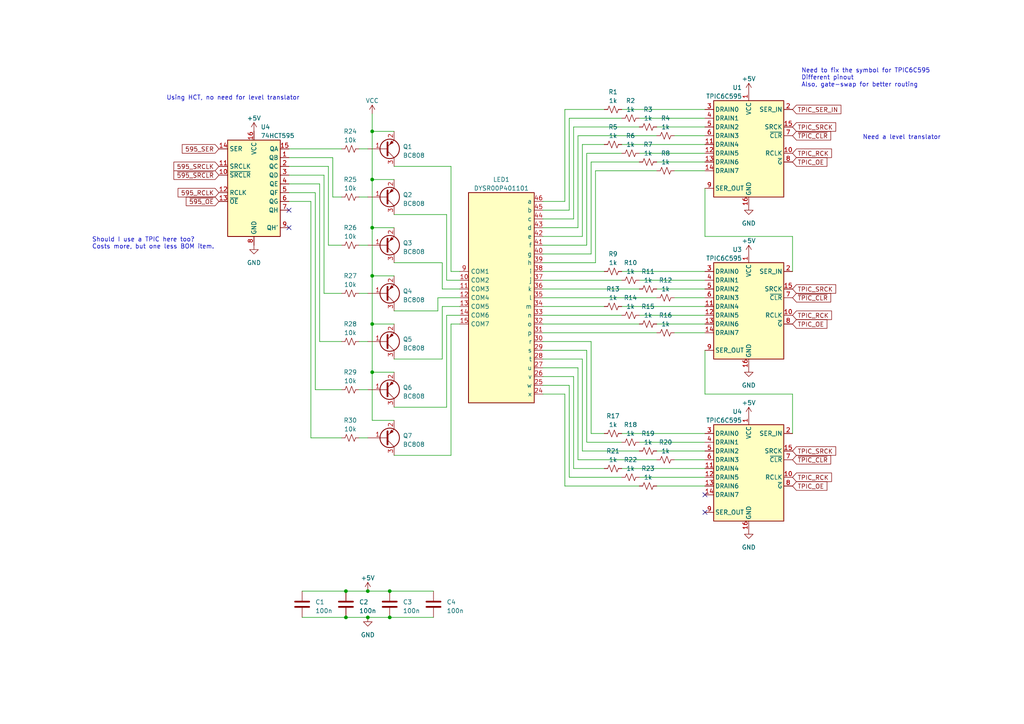
<source format=kicad_sch>
(kicad_sch (version 20230121) (generator eeschema)
  (paper "A4")
  (lib_symbols
    (symbol "74xx:74HC595"
      (property "Reference" "U" (at -7.62 13.97 0))
      (property "Value" "74HC595" (at -7.62 -16.51 0))
      (symbol "74HC595_1_0"
        (pin tri_state line (at 10.16 7.62 180) (length 2.54) (name "QB") (number "1"))
        (pin input line (at -10.16 2.54 0) (length 2.54) (name "~{SRCLR}") (number "10"))
        (pin input line (at -10.16 5.08 0) (length 2.54) (name "SRCLK") (number "11"))
        (pin input line (at -10.16 -2.54 0) (length 2.54) (name "RCLK") (number "12"))
        (pin input line (at -10.16 -5.08 0) (length 2.54) (name "~{OE}") (number "13"))
        (pin input line (at -10.16 10.16 0) (length 2.54) (name "SER") (number "14"))
        (pin tri_state line (at 10.16 10.16 180) (length 2.54) (name "QA") (number "15"))
        (pin power_in line (at 0 15.24 270) (length 2.54) (name "VCC") (number "16"))
        (pin tri_state line (at 10.16 5.08 180) (length 2.54) (name "QC") (number "2"))
        (pin tri_state line (at 10.16 2.54 180) (length 2.54) (name "QD") (number "3"))
        (pin tri_state line (at 10.16 0 180) (length 2.54) (name "QE") (number "4"))
        (pin tri_state line (at 10.16 -2.54 180) (length 2.54) (name "QF") (number "5"))
        (pin tri_state line (at 10.16 -5.08 180) (length 2.54) (name "QG") (number "6"))
        (pin tri_state line (at 10.16 -7.62 180) (length 2.54) (name "QH") (number "7"))
        (pin power_in line (at 0 -17.78 90) (length 2.54) (name "GND") (number "8"))
        (pin output line (at 10.16 -12.7 180) (length 2.54) (name "QH'") (number "9"))
      )
      (symbol "74HC595_1_1"
        (rectangle (start -7.62 12.7) (end 7.62 -15.24) (stroke (width 0.254)) (fill (type background)))
      )
    )
    (symbol "Defuse_symbols:DYSR00P401101" (pin_names (offset 0.635))
      (property "Reference" "LED" (at 2.54 33.02 0))
      (property "Value" "DYSR00P401101" (at 8.89 -33.274 0))
      (symbol "DYSR00P401101_0_1"
        (rectangle (start -8.89 30.48) (end 10.16 -30.48) (stroke (width 0.254)) (fill (type background)))
      )
      (symbol "DYSR00P401101_1_0"
        (pin input line (at -11.43 5.08 0) (length 2.54) (name "COM2") (number "10"))
        (pin input line (at -11.43 2.54 0) (length 2.54) (name "COM3") (number "11"))
        (pin input line (at -11.43 0 0) (length 2.54) (name "COM4") (number "12"))
        (pin input line (at -11.43 -2.54 0) (length 2.54) (name "COM5") (number "13"))
        (pin input line (at -11.43 -5.08 0) (length 2.54) (name "COM6") (number "14"))
        (pin input line (at -11.43 -7.62 0) (length 2.54) (name "COM7") (number "15"))
        (pin input line (at 12.7 -27.94 180) (length 2.54) (name "x") (number "24"))
        (pin input line (at 12.7 -25.4 180) (length 2.54) (name "w") (number "25"))
        (pin input line (at 12.7 -22.86 180) (length 2.54) (name "v") (number "26"))
        (pin input line (at 12.7 -20.32 180) (length 2.54) (name "u") (number "27"))
        (pin input line (at 12.7 -17.78 180) (length 2.54) (name "t") (number "28"))
        (pin input line (at 12.7 -15.24 180) (length 2.54) (name "s") (number "29"))
        (pin input line (at 12.7 -12.7 180) (length 2.54) (name "r") (number "30"))
        (pin input line (at 12.7 -10.16 180) (length 2.54) (name "p") (number "31"))
        (pin input line (at 12.7 -7.62 180) (length 2.54) (name "o") (number "32"))
        (pin input line (at 12.7 -5.08 180) (length 2.54) (name "n") (number "33"))
        (pin input line (at 12.7 -2.54 180) (length 2.54) (name "m") (number "34"))
        (pin input line (at 12.7 0 180) (length 2.54) (name "l") (number "35"))
        (pin input line (at 12.7 2.54 180) (length 2.54) (name "k") (number "36"))
        (pin input line (at 12.7 5.08 180) (length 2.54) (name "j") (number "37"))
        (pin input line (at 12.7 7.62 180) (length 2.54) (name "i") (number "38"))
        (pin input line (at 12.7 10.16 180) (length 2.54) (name "h") (number "39"))
        (pin input line (at 12.7 12.7 180) (length 2.54) (name "g") (number "40"))
        (pin input line (at 12.7 15.24 180) (length 2.54) (name "f") (number "41"))
        (pin input line (at 12.7 17.78 180) (length 2.54) (name "e") (number "42"))
        (pin input line (at 12.7 20.32 180) (length 2.54) (name "d") (number "43"))
        (pin input line (at 12.7 22.86 180) (length 2.54) (name "c") (number "44"))
        (pin input line (at 12.7 25.4 180) (length 2.54) (name "b") (number "45"))
        (pin input line (at 12.7 27.94 180) (length 2.54) (name "a") (number "46"))
        (pin input line (at -11.43 7.62 0) (length 2.54) (name "COM1") (number "9"))
      )
    )
    (symbol "Defuse_symbols:TPIC6C595" (pin_names (offset 0.381))
      (property "Reference" "U" (at -8.89 13.97 0))
      (property "Value" "TPIC6C595" (at 6.35 13.97 0))
      (symbol "TPIC6C595_0_1"
        (rectangle (start -10.16 12.7) (end 10.16 -15.24) (stroke (width 0.254)) (fill (type background)))
      )
      (symbol "TPIC6C595_1_1"
        (pin power_in line (at 0 15.24 270) (length 2.54) (name "VCC") (number "1"))
        (pin input line (at -12.7 -2.54 0) (length 2.54) (name "RCLK") (number "10"))
        (pin open_collector line (at 12.7 0 180) (length 2.54) (name "DRAIN4") (number "11"))
        (pin open_collector line (at 12.7 -2.54 180) (length 2.54) (name "DRAIN5") (number "12"))
        (pin open_collector line (at 12.7 -5.08 180) (length 2.54) (name "DRAIN6") (number "13"))
        (pin open_collector line (at 12.7 -7.62 180) (length 2.54) (name "DRAIN7") (number "14"))
        (pin input line (at -12.7 5.08 0) (length 2.54) (name "SRCK") (number "15"))
        (pin power_in line (at 0 -17.78 90) (length 2.54) (name "GND") (number "16"))
        (pin input line (at -12.7 10.16 0) (length 2.54) (name "SER_IN") (number "2"))
        (pin open_collector line (at 12.7 10.16 180) (length 2.54) (name "DRAIN0") (number "3"))
        (pin open_collector line (at 12.7 7.62 180) (length 2.54) (name "DRAIN1") (number "4"))
        (pin open_collector line (at 12.7 5.08 180) (length 2.54) (name "DRAIN2") (number "5"))
        (pin open_collector line (at 12.7 2.54 180) (length 2.54) (name "DRAIN3") (number "6"))
        (pin input line (at -12.7 2.54 0) (length 2.54) (name "~{CLR}") (number "7"))
        (pin input line (at -12.7 -5.08 0) (length 2.54) (name "~{G}") (number "8"))
        (pin output line (at 12.7 -12.7 180) (length 2.54) (name "SER_OUT") (number "9"))
      )
    )
    (symbol "Device:C" (pin_numbers hide) (pin_names (offset 0.254))
      (property "Reference" "C" (at 0.635 2.54 0))
      (property "Value" "C" (at 0.635 -2.54 0))
      (symbol "C_0_1"
        (polyline (pts (xy -2.032 -0.762) (xy 2.032 -0.762)) (stroke (width 0.508)))
        (polyline (pts (xy -2.032 0.762) (xy 2.032 0.762)) (stroke (width 0.508)))
      )
      (symbol "C_1_1"
        (pin passive line (at 0 3.81 270) (length 2.794) (name "~") (number "1"))
        (pin passive line (at 0 -3.81 90) (length 2.794) (name "~") (number "2"))
      )
    )
    (symbol "Device:R_Small_US" (pin_numbers hide) (pin_names (offset 0.254) hide)
      (property "Reference" "R" (at 0.762 0.508 0))
      (property "Value" "R_Small_US" (at 0.762 -1.016 0))
      (symbol "R_Small_US_1_1"
        (polyline (pts (xy 0 0) (xy 1.016 -0.381) (xy 0 -0.762) (xy -1.016 -1.143) (xy 0 -1.524)))
        (polyline (pts (xy 0 1.524) (xy 1.016 1.143) (xy 0 0.762) (xy -1.016 0.381) (xy 0 0)))
        (pin passive line (at 0 2.54 270) (length 1.016) (name "~") (number "1"))
        (pin passive line (at 0 -2.54 90) (length 1.016) (name "~") (number "2"))
      )
    )
    (symbol "Transistor_BJT:BC808" (pin_names (offset 0) hide)
      (property "Reference" "Q" (at 5.08 1.905 0))
      (property "Value" "BC808" (at 5.08 0 0))
      (symbol "BC808_0_1"
        (polyline (pts (xy 0.635 0.635) (xy 2.54 2.54)))
        (polyline (pts (xy 0.635 -0.635) (xy 2.54 -2.54) (xy 2.54 -2.54)))
        (polyline (pts (xy 0.635 1.905) (xy 0.635 -1.905) (xy 0.635 -1.905)) (stroke (width 0.508)))
        (polyline (pts (xy 2.286 -1.778) (xy 1.778 -2.286) (xy 1.27 -1.27) (xy 2.286 -1.778) (xy 2.286 -1.778)) (fill (type outline)))
        (circle (center 1.27 0) (radius 2.8194) (stroke (width 0.254)))
      )
      (symbol "BC808_1_1"
        (pin input line (at -5.08 0 0) (length 5.715) (name "B") (number "1"))
        (pin passive line (at 2.54 -5.08 90) (length 2.54) (name "E") (number "2"))
        (pin passive line (at 2.54 5.08 270) (length 2.54) (name "C") (number "3"))
      )
    )
    (symbol "power:+5V" (power) (pin_names (offset 0))
      (property "Value" "+5V" (at 0 3.556 0))
      (symbol "+5V_0_1"
        (polyline (pts (xy -0.762 1.27) (xy 0 2.54)))
        (polyline (pts (xy 0 0) (xy 0 2.54)))
        (polyline (pts (xy 0 2.54) (xy 0.762 1.27)))
      )
      (symbol "+5V_1_1"
        (pin power_in line (at 0 0 90) (length 0) hide (name "+5V") (number "1"))
      )
    )
    (symbol "power:GND" (power) (pin_names (offset 0))
      (property "Value" "GND" (at 0 -3.81 0))
      (symbol "GND_0_1"
        (polyline (pts (xy 0 0) (xy 0 -1.27) (xy 1.27 -1.27) (xy 0 -2.54) (xy -1.27 -1.27) (xy 0 -1.27)))
      )
      (symbol "GND_1_1"
        (pin power_in line (at 0 0 270) (length 0) hide (name "GND") (number "1"))
      )
    )
    (symbol "power:VCC" (power) (pin_names (offset 0))
      (property "Value" "VCC" (at 0 3.81 0))
      (symbol "VCC_0_1"
        (polyline (pts (xy -0.762 1.27) (xy 0 2.54)))
        (polyline (pts (xy 0 0) (xy 0 2.54)))
        (polyline (pts (xy 0 2.54) (xy 0.762 1.27)))
      )
      (symbol "VCC_1_1"
        (pin power_in line (at 0 0 90) (length 0) hide (name "VCC") (number "1"))
      )
    )
  )
  (junction (at 100.33 171.45))
  (junction (at 107.95 38.1))
  (junction (at 106.68 171.45))
  (junction (at 113.03 179.07))
  (junction (at 107.95 66.04))
  (junction (at 107.95 107.95))
  (junction (at 107.95 93.98))
  (junction (at 106.68 179.07))
  (junction (at 113.03 171.45))
  (junction (at 107.95 80.01))
  (junction (at 100.33 179.07))
  (junction (at 107.95 52.07))
  (no_connect (at 83.82 60.96))
  (no_connect (at 83.82 66.04))
  (no_connect (at 204.47 143.51))
  (no_connect (at 204.47 148.59))
  (wire (pts (xy 168.91 68.58) (xy 168.91 41.91)))
  (wire (pts (xy 166.37 109.22) (xy 157.48 109.22)))
  (wire (pts (xy 190.5 93.98) (xy 204.47 93.98)))
  (wire (pts (xy 180.34 88.9) (xy 204.47 88.9)))
  (wire (pts (xy 128.27 83.82) (xy 133.35 83.82)))
  (wire (pts (xy 166.37 36.83) (xy 185.42 36.83)))
  (wire (pts (xy 157.48 93.98) (xy 185.42 93.98)))
  (wire (pts (xy 107.95 121.92) (xy 114.3 121.92)))
  (wire (pts (xy 204.47 39.37) (xy 195.58 39.37)))
  (wire (pts (xy 180.34 125.73) (xy 204.47 125.73)))
  (wire (pts (xy 163.83 58.42) (xy 163.83 31.75)))
  (wire (pts (xy 165.1 34.29) (xy 165.1 60.96)))
  (wire (pts (xy 104.14 71.12) (xy 106.68 71.12)))
  (wire (pts (xy 107.95 107.95) (xy 114.3 107.95)))
  (wire (pts (xy 165.1 111.76) (xy 165.1 138.43)))
  (wire (pts (xy 180.34 44.45) (xy 170.18 44.45)))
  (wire (pts (xy 167.64 106.68) (xy 167.64 133.35)))
  (wire (pts (xy 229.87 68.58) (xy 229.87 78.74)))
  (wire (pts (xy 93.98 50.8) (xy 93.98 85.09)))
  (wire (pts (xy 190.5 46.99) (xy 204.47 46.99)))
  (wire (pts (xy 128.27 104.14) (xy 128.27 88.9)))
  (wire (pts (xy 104.14 113.03) (xy 106.68 113.03)))
  (wire (pts (xy 107.95 66.04) (xy 114.3 66.04)))
  (wire (pts (xy 157.48 106.68) (xy 167.64 106.68)))
  (wire (pts (xy 204.47 114.3) (xy 229.87 114.3)))
  (wire (pts (xy 113.03 179.07) (xy 125.73 179.07)))
  (wire (pts (xy 175.26 135.89) (xy 166.37 135.89)))
  (wire (pts (xy 157.48 91.44) (xy 180.34 91.44)))
  (wire (pts (xy 129.54 81.28) (xy 133.35 81.28)))
  (wire (pts (xy 127 90.17) (xy 127 86.36)))
  (wire (pts (xy 172.72 76.2) (xy 157.48 76.2)))
  (wire (pts (xy 168.91 130.81) (xy 168.91 104.14)))
  (wire (pts (xy 170.18 71.12) (xy 157.48 71.12)))
  (wire (pts (xy 170.18 44.45) (xy 170.18 71.12)))
  (wire (pts (xy 107.95 52.07) (xy 114.3 52.07)))
  (wire (pts (xy 171.45 73.66) (xy 171.45 46.99)))
  (wire (pts (xy 87.63 171.45) (xy 100.33 171.45)))
  (wire (pts (xy 130.81 78.74) (xy 133.35 78.74)))
  (wire (pts (xy 180.34 34.29) (xy 165.1 34.29)))
  (wire (pts (xy 171.45 99.06) (xy 171.45 125.73)))
  (wire (pts (xy 114.3 48.26) (xy 130.81 48.26)))
  (wire (pts (xy 127 86.36) (xy 133.35 86.36)))
  (wire (pts (xy 114.3 104.14) (xy 128.27 104.14)))
  (wire (pts (xy 157.48 96.52) (xy 190.5 96.52)))
  (wire (pts (xy 83.82 50.8) (xy 93.98 50.8)))
  (wire (pts (xy 114.3 132.08) (xy 130.81 132.08)))
  (wire (pts (xy 130.81 48.26) (xy 130.81 78.74)))
  (wire (pts (xy 157.48 114.3) (xy 163.83 114.3)))
  (wire (pts (xy 170.18 101.6) (xy 157.48 101.6)))
  (wire (pts (xy 107.95 52.07) (xy 107.95 66.04)))
  (wire (pts (xy 107.95 80.01) (xy 114.3 80.01)))
  (wire (pts (xy 204.47 101.6) (xy 204.47 114.3)))
  (wire (pts (xy 157.48 73.66) (xy 171.45 73.66)))
  (wire (pts (xy 195.58 133.35) (xy 204.47 133.35)))
  (wire (pts (xy 167.64 66.04) (xy 157.48 66.04)))
  (wire (pts (xy 163.83 140.97) (xy 185.42 140.97)))
  (wire (pts (xy 166.37 135.89) (xy 166.37 109.22)))
  (wire (pts (xy 229.87 114.3) (xy 229.87 125.73)))
  (wire (pts (xy 100.33 179.07) (xy 106.68 179.07)))
  (wire (pts (xy 106.68 179.07) (xy 113.03 179.07)))
  (wire (pts (xy 165.1 138.43) (xy 180.34 138.43)))
  (wire (pts (xy 113.03 171.45) (xy 125.73 171.45)))
  (wire (pts (xy 157.48 111.76) (xy 165.1 111.76)))
  (wire (pts (xy 107.95 66.04) (xy 107.95 80.01)))
  (wire (pts (xy 83.82 55.88) (xy 91.44 55.88)))
  (wire (pts (xy 93.98 85.09) (xy 99.06 85.09)))
  (wire (pts (xy 100.33 171.45) (xy 106.68 171.45)))
  (wire (pts (xy 157.48 99.06) (xy 171.45 99.06)))
  (wire (pts (xy 163.83 31.75) (xy 175.26 31.75)))
  (wire (pts (xy 104.14 43.18) (xy 106.68 43.18)))
  (wire (pts (xy 172.72 49.53) (xy 172.72 76.2)))
  (wire (pts (xy 83.82 43.18) (xy 99.06 43.18)))
  (wire (pts (xy 104.14 85.09) (xy 106.68 85.09)))
  (wire (pts (xy 130.81 132.08) (xy 130.81 93.98)))
  (wire (pts (xy 96.52 45.72) (xy 96.52 57.15)))
  (wire (pts (xy 107.95 93.98) (xy 114.3 93.98)))
  (wire (pts (xy 83.82 53.34) (xy 92.71 53.34)))
  (wire (pts (xy 130.81 93.98) (xy 133.35 93.98)))
  (wire (pts (xy 107.95 38.1) (xy 107.95 52.07)))
  (wire (pts (xy 90.17 58.42) (xy 90.17 127)))
  (wire (pts (xy 107.95 107.95) (xy 107.95 121.92)))
  (wire (pts (xy 128.27 76.2) (xy 128.27 83.82)))
  (wire (pts (xy 180.34 31.75) (xy 204.47 31.75)))
  (wire (pts (xy 204.47 130.81) (xy 190.5 130.81)))
  (wire (pts (xy 166.37 63.5) (xy 166.37 36.83)))
  (wire (pts (xy 106.68 171.45) (xy 113.03 171.45)))
  (wire (pts (xy 167.64 133.35) (xy 190.5 133.35)))
  (wire (pts (xy 157.48 86.36) (xy 190.5 86.36)))
  (wire (pts (xy 114.3 118.11) (xy 129.54 118.11)))
  (wire (pts (xy 157.48 63.5) (xy 166.37 63.5)))
  (wire (pts (xy 107.95 38.1) (xy 114.3 38.1)))
  (wire (pts (xy 114.3 62.23) (xy 129.54 62.23)))
  (wire (pts (xy 83.82 45.72) (xy 96.52 45.72)))
  (wire (pts (xy 96.52 57.15) (xy 99.06 57.15)))
  (wire (pts (xy 92.71 53.34) (xy 92.71 99.06)))
  (wire (pts (xy 167.64 39.37) (xy 167.64 66.04)))
  (wire (pts (xy 185.42 91.44) (xy 204.47 91.44)))
  (wire (pts (xy 195.58 96.52) (xy 204.47 96.52)))
  (wire (pts (xy 195.58 86.36) (xy 204.47 86.36)))
  (wire (pts (xy 128.27 88.9) (xy 133.35 88.9)))
  (wire (pts (xy 190.5 39.37) (xy 167.64 39.37)))
  (wire (pts (xy 107.95 33.02) (xy 107.95 38.1)))
  (wire (pts (xy 168.91 41.91) (xy 175.26 41.91)))
  (wire (pts (xy 171.45 46.99) (xy 185.42 46.99)))
  (wire (pts (xy 114.3 90.17) (xy 127 90.17)))
  (wire (pts (xy 91.44 113.03) (xy 99.06 113.03)))
  (wire (pts (xy 204.47 34.29) (xy 185.42 34.29)))
  (wire (pts (xy 91.44 55.88) (xy 91.44 113.03)))
  (wire (pts (xy 171.45 125.73) (xy 175.26 125.73)))
  (wire (pts (xy 92.71 99.06) (xy 99.06 99.06)))
  (wire (pts (xy 185.42 81.28) (xy 204.47 81.28)))
  (wire (pts (xy 107.95 80.01) (xy 107.95 93.98)))
  (wire (pts (xy 129.54 118.11) (xy 129.54 91.44)))
  (wire (pts (xy 157.48 68.58) (xy 168.91 68.58)))
  (wire (pts (xy 163.83 114.3) (xy 163.83 140.97)))
  (wire (pts (xy 104.14 57.15) (xy 106.68 57.15)))
  (wire (pts (xy 83.82 58.42) (xy 90.17 58.42)))
  (wire (pts (xy 157.48 58.42) (xy 163.83 58.42)))
  (wire (pts (xy 129.54 91.44) (xy 133.35 91.44)))
  (wire (pts (xy 90.17 127) (xy 99.06 127)))
  (wire (pts (xy 170.18 128.27) (xy 170.18 101.6)))
  (wire (pts (xy 95.25 71.12) (xy 99.06 71.12)))
  (wire (pts (xy 204.47 68.58) (xy 229.87 68.58)))
  (wire (pts (xy 129.54 62.23) (xy 129.54 81.28)))
  (wire (pts (xy 157.48 88.9) (xy 175.26 88.9)))
  (wire (pts (xy 157.48 81.28) (xy 180.34 81.28)))
  (wire (pts (xy 83.82 48.26) (xy 95.25 48.26)))
  (wire (pts (xy 157.48 83.82) (xy 185.42 83.82)))
  (wire (pts (xy 87.63 179.07) (xy 100.33 179.07)))
  (wire (pts (xy 104.14 99.06) (xy 106.68 99.06)))
  (wire (pts (xy 104.14 127) (xy 106.68 127)))
  (wire (pts (xy 114.3 76.2) (xy 128.27 76.2)))
  (wire (pts (xy 185.42 138.43) (xy 204.47 138.43)))
  (wire (pts (xy 95.25 48.26) (xy 95.25 71.12)))
  (wire (pts (xy 165.1 60.96) (xy 157.48 60.96)))
  (wire (pts (xy 168.91 104.14) (xy 157.48 104.14)))
  (wire (pts (xy 190.5 36.83) (xy 204.47 36.83)))
  (wire (pts (xy 190.5 49.53) (xy 172.72 49.53)))
  (wire (pts (xy 204.47 54.61) (xy 204.47 68.58)))
  (wire (pts (xy 204.47 135.89) (xy 180.34 135.89)))
  (wire (pts (xy 180.34 78.74) (xy 204.47 78.74)))
  (wire (pts (xy 107.95 93.98) (xy 107.95 107.95)))
  (wire (pts (xy 204.47 49.53) (xy 195.58 49.53)))
  (wire (pts (xy 204.47 128.27) (xy 185.42 128.27)))
  (wire (pts (xy 190.5 83.82) (xy 204.47 83.82)))
  (wire (pts (xy 204.47 44.45) (xy 185.42 44.45)))
  (wire (pts (xy 185.42 130.81) (xy 168.91 130.81)))
  (wire (pts (xy 157.48 78.74) (xy 175.26 78.74)))
  (wire (pts (xy 180.34 128.27) (xy 170.18 128.27)))
  (wire (pts (xy 180.34 41.91) (xy 204.47 41.91)))
  (wire (pts (xy 190.5 140.97) (xy 204.47 140.97)))
  (text "Need a level translator" (at 250.19 40.64 0) (effects (font (size 1.27 1.27)) (justify left bottom)))
  (text "Should I use a TPIC here too? \nCosts more, but one less BOM item." (at 26.67 72.39 0) (effects (font (size 1.27 1.27)) (justify left bottom)))
  (text "Using HCT, no need for level translator" (at 48.26 29.21 0) (effects (font (size 1.27 1.27)) (justify left bottom)))
  (text "Need to fix the symbol for TPIC6C595\nDifferent pinout\nAlso, gate-swap for better routing" (at 232.41 25.4 0) (effects (font (size 1.27 1.27)) (justify left bottom)))
  (global_label "~{595_SRCLR}" (shape input) (at 63.5 50.8 180) (property "Intersheetrefs" "${INTERSHEET_REFS}" (effects hide)))
  (global_label "TPIC_RCK" (shape input) (at 229.87 44.45 0) (property "Intersheetrefs" "${INTERSHEET_REFS}" (effects hide)))
  (global_label "~{595_OE}" (shape input) (at 63.5 58.42 180) (property "Intersheetrefs" "${INTERSHEET_REFS}" (effects hide)))
  (global_label "TPIC_SRCK" (shape input) (at 229.87 83.82 0) (property "Intersheetrefs" "${INTERSHEET_REFS}" (effects hide)))
  (global_label "595_SRCLK" (shape input) (at 63.5 48.26 180) (property "Intersheetrefs" "${INTERSHEET_REFS}" (effects hide)))
  (global_label "~{TPIC_CLR}" (shape input) (at 229.87 39.37 0) (property "Intersheetrefs" "${INTERSHEET_REFS}" (effects hide)))
  (global_label "TPIC_OE" (shape input) (at 229.87 46.99 0) (property "Intersheetrefs" "${INTERSHEET_REFS}" (effects hide)))
  (global_label "595_SER" (shape input) (at 63.5 43.18 180) (property "Intersheetrefs" "${INTERSHEET_REFS}" (effects hide)))
  (global_label "~{TPIC_CLR}" (shape input) (at 229.87 133.35 0) (property "Intersheetrefs" "${INTERSHEET_REFS}" (effects hide)))
  (global_label "TPIC_SRCK" (shape input) (at 229.87 130.81 0) (property "Intersheetrefs" "${INTERSHEET_REFS}" (effects hide)))
  (global_label "TPIC_RCK" (shape input) (at 229.87 91.44 0) (property "Intersheetrefs" "${INTERSHEET_REFS}" (effects hide)))
  (global_label "~{TPIC_CLR}" (shape input) (at 229.87 86.36 0) (property "Intersheetrefs" "${INTERSHEET_REFS}" (effects hide)))
  (global_label "TPIC_SER_IN" (shape input) (at 229.87 31.75 0) (property "Intersheetrefs" "${INTERSHEET_REFS}" (effects hide)))
  (global_label "595_RCLK" (shape input) (at 63.5 55.88 180) (property "Intersheetrefs" "${INTERSHEET_REFS}" (effects hide)))
  (global_label "TPIC_SRCK" (shape input) (at 229.87 36.83 0) (property "Intersheetrefs" "${INTERSHEET_REFS}" (effects hide)))
  (global_label "TPIC_OE" (shape input) (at 229.87 93.98 0) (property "Intersheetrefs" "${INTERSHEET_REFS}" (effects hide)))
  (global_label "TPIC_OE" (shape input) (at 229.87 140.97 0) (property "Intersheetrefs" "${INTERSHEET_REFS}" (effects hide)))
  (global_label "TPIC_RCK" (shape input) (at 229.87 138.43 0) (property "Intersheetrefs" "${INTERSHEET_REFS}" (effects hide)))
  (symbol (lib_id "Device:R_Small_US") (at 193.04 86.36 90) (unit 1)
    (property "Reference" "R12" (at 193.04 81.28 90))
    (property "Value" "1k" (at 193.04 83.82 90))
    (property "Footprint" "Resistor_SMD:R_0805_2012Metric" (effects hide))
    (instances (project "seg25_puzzle" (path "" (reference "R12") (unit 1)) (path "" (reference "R16") (unit 1))))
  )
  (symbol (lib_id "Device:R_Small_US") (at 101.6 113.03 90) (unit 1)
    (property "Reference" "R29" (at 101.6 107.95 90))
    (property "Value" "10k" (at 101.6 110.49 90))
    (property "Footprint" "Resistor_SMD:R_0805_2012Metric" (effects hide))
    (instances (project "seg25_puzzle" (path "" (reference "R29") (unit 1)) (path "" (reference "R22") (unit 1))))
  )
  (symbol (lib_id "Device:C") (at 100.33 175.26 0) (unit 1)
    (property "Reference" "C2" (at 104.14 174.625 0) (effects (justify left)))
    (property "Value" "100n" (at 104.14 177.165 0) (effects (justify left)))
    (property "Footprint" "Capacitor_SMD:C_0805_2012Metric" (effects hide))
  )
  (symbol (lib_id "Device:R_Small_US") (at 177.8 78.74 90) (unit 1)
    (property "Reference" "R9" (at 177.8 73.66 90))
    (property "Value" "1k" (at 177.8 76.2 90))
    (property "Footprint" "Resistor_SMD:R_0805_2012Metric" (effects hide))
    (instances (project "seg25_puzzle" (path "" (reference "R9") (unit 1)) (path "" (reference "R12") (unit 1))))
  )
  (symbol (lib_id "Device:R_Small_US") (at 101.6 127 90) (unit 1)
    (property "Reference" "R30" (at 101.6 121.92 90))
    (property "Value" "10k" (at 101.6 124.46 90))
    (property "Footprint" "Resistor_SMD:R_0805_2012Metric" (effects hide))
    (instances (project "seg25_puzzle" (path "" (reference "R30") (unit 1)) (path "" (reference "R24") (unit 1))))
  )
  (symbol (lib_id "power:VCC") (at 107.95 33.02 0) (unit 1)
    (property "Reference" "#PWR03" (effects hide))
    (property "Value" "VCC" (at 107.95 29.21 0))
    (instances (project "seg25_puzzle" (path "" (reference "#PWR03") (unit 1)) (path "" (reference "#PWR02") (unit 1))))
  )
  (symbol (lib_id "Device:R_Small_US") (at 177.8 41.91 90) (unit 1)
    (property "Reference" "R5" (at 177.8 36.83 90))
    (property "Value" "1k" (at 177.8 39.37 90))
    (property "Footprint" "Resistor_SMD:R_0805_2012Metric" (effects hide))
  )
  (symbol (lib_id "74xx:74HC595") (at 73.66 53.34 0) (unit 1)
    (property "Reference" "U4" (at 75.6159 36.83 0) (effects (justify left)))
    (property "Value" "74HCT595" (at 75.6159 39.37 0) (effects (justify left)))
    (property "Footprint" "Package_SO:SOIC-16_3.9x9.9mm_P1.27mm" (effects hide))
    (property "Datasheet" "http://www.ti.com/lit/ds/symlink/sn74hc595.pdf" (effects hide))
    (instances (project "seg25_puzzle" (path "" (reference "U4") (unit 1)) (path "" (reference "U2") (unit 1))))
  )
  (symbol (lib_id "Device:R_Small_US") (at 187.96 140.97 90) (unit 1)
    (property "Reference" "R23" (at 187.96 135.89 90))
    (property "Value" "1k" (at 187.96 138.43 90))
    (property "Footprint" "Resistor_SMD:R_0805_2012Metric" (effects hide))
    (instances (project "seg25_puzzle" (path "" (reference "R23") (unit 1)) (path "" (reference "R30") (unit 1))))
  )
  (symbol (lib_id "Device:R_Small_US") (at 101.6 43.18 90) (unit 1)
    (property "Reference" "R24" (at 101.6 38.1 90))
    (property "Value" "10k" (at 101.6 40.64 90))
    (property "Footprint" "Resistor_SMD:R_0805_2012Metric" (effects hide))
    (instances (project "seg25_puzzle" (path "" (reference "R24") (unit 1)) (path "" (reference "R6") (unit 1))))
  )
  (symbol (lib_id "Device:R_Small_US") (at 182.88 91.44 90) (unit 1)
    (property "Reference" "R14" (at 182.88 86.36 90))
    (property "Value" "1k" (at 182.88 88.9 90))
    (property "Footprint" "Resistor_SMD:R_0805_2012Metric" (effects hide))
    (instances (project "seg25_puzzle" (path "" (reference "R14") (unit 1)) (path "" (reference "R18") (unit 1))))
  )
  (symbol (lib_id "Transistor_BJT:BC808") (at 111.76 57.15 0) (mirror x) (unit 1)
    (property "Reference" "Q2" (at 116.84 56.515 0) (effects (justify left)))
    (property "Value" "BC808" (at 116.84 59.055 0) (effects (justify left)))
    (property "Footprint" "Package_TO_SOT_SMD:SOT-23" (effects hide))
    (property "Datasheet" "https://www.onsemi.com/pub/Collateral/BC808-D.pdf" (effects hide))
  )
  (symbol (lib_id "Device:C") (at 125.73 175.26 0) (unit 1)
    (property "Reference" "C4" (at 129.54 174.625 0) (effects (justify left)))
    (property "Value" "100n" (at 129.54 177.165 0) (effects (justify left)))
    (property "Footprint" "Capacitor_SMD:C_0805_2012Metric" (effects hide))
  )
  (symbol (lib_id "Device:R_Small_US") (at 187.96 130.81 90) (unit 1)
    (property "Reference" "R19" (at 187.96 125.73 90))
    (property "Value" "1k" (at 187.96 128.27 90))
    (property "Footprint" "Resistor_SMD:R_0805_2012Metric" (effects hide))
    (instances (project "seg25_puzzle" (path "" (reference "R19") (unit 1)) (path "" (reference "R26") (unit 1))))
  )
  (symbol (lib_id "Device:R_Small_US") (at 182.88 34.29 90) (unit 1)
    (property "Reference" "R2" (at 182.88 29.21 90))
    (property "Value" "1k" (at 182.88 31.75 90))
    (property "Footprint" "Resistor_SMD:R_0805_2012Metric" (effects hide))
  )
  (symbol (lib_id "power:+5V") (at 73.66 38.1 0) (unit 1)
    (property "Reference" "#PWR04" (effects hide))
    (property "Value" "+5V" (at 73.66 34.29 0))
    (instances (project "seg25_puzzle" (path "" (reference "#PWR04") (unit 1)) (path "" (reference "#PWR03") (unit 1))))
  )
  (symbol (lib_id "power:+5V") (at 217.17 73.66 0) (unit 1)
    (property "Reference" "#PWR01" (effects hide))
    (property "Value" "+5V" (at 217.17 69.85 0))
    (instances (project "seg25_puzzle" (path "" (reference "#PWR01") (unit 1)) (path "" (reference "#PWR07") (unit 1))))
  )
  (symbol (lib_id "power:GND") (at 217.17 59.69 0) (unit 1)
    (property "Reference" "#PWR08" (effects hide))
    (property "Value" "GND" (at 217.17 64.77 0))
    (instances (project "seg25_puzzle" (path "" (reference "#PWR08") (unit 1)) (path "" (reference "#PWR05") (unit 1))))
  )
  (symbol (lib_id "Transistor_BJT:BC808") (at 111.76 127 0) (mirror x) (unit 1)
    (property "Reference" "Q7" (at 116.84 126.365 0) (effects (justify left)))
    (property "Value" "BC808" (at 116.84 128.905 0) (effects (justify left)))
    (property "Footprint" "Package_TO_SOT_SMD:SOT-23" (effects hide))
    (property "Datasheet" "https://www.onsemi.com/pub/Collateral/BC808-D.pdf" (effects hide))
  )
  (symbol (lib_id "Transistor_BJT:BC808") (at 111.76 113.03 0) (mirror x) (unit 1)
    (property "Reference" "Q6" (at 116.84 112.395 0) (effects (justify left)))
    (property "Value" "BC808" (at 116.84 114.935 0) (effects (justify left)))
    (property "Footprint" "Package_TO_SOT_SMD:SOT-23" (effects hide))
    (property "Datasheet" "https://www.onsemi.com/pub/Collateral/BC808-D.pdf" (effects hide))
  )
  (symbol (lib_id "Device:R_Small_US") (at 177.8 88.9 90) (unit 1)
    (property "Reference" "R13" (at 177.8 83.82 90))
    (property "Value" "1k" (at 177.8 86.36 90))
    (property "Footprint" "Resistor_SMD:R_0805_2012Metric" (effects hide))
    (instances (project "seg25_puzzle" (path "" (reference "R13") (unit 1)) (path "" (reference "R17") (unit 1))))
  )
  (symbol (lib_id "Device:R_Small_US") (at 101.6 85.09 90) (unit 1)
    (property "Reference" "R27" (at 101.6 80.01 90))
    (property "Value" "10k" (at 101.6 82.55 90))
    (property "Footprint" "Resistor_SMD:R_0805_2012Metric" (effects hide))
    (instances (project "seg25_puzzle" (path "" (reference "R27") (unit 1)) (path "" (reference "R15") (unit 1))))
  )
  (symbol (lib_id "Device:R_Small_US") (at 193.04 49.53 90) (unit 1)
    (property "Reference" "R8" (at 193.04 44.45 90))
    (property "Value" "1k" (at 193.04 46.99 90))
    (property "Footprint" "Resistor_SMD:R_0805_2012Metric" (effects hide))
    (instances (project "seg25_puzzle" (path "" (reference "R8") (unit 1)) (path "" (reference "R9") (unit 1))))
  )
  (symbol (lib_id "Device:R_Small_US") (at 187.96 83.82 90) (unit 1)
    (property "Reference" "R11" (at 187.96 78.74 90))
    (property "Value" "1k" (at 187.96 81.28 90))
    (property "Footprint" "Resistor_SMD:R_0805_2012Metric" (effects hide))
    (instances (project "seg25_puzzle" (path "" (reference "R11") (unit 1)) (path "" (reference "R14") (unit 1))))
  )
  (symbol (lib_id "Device:R_Small_US") (at 177.8 125.73 90) (unit 1)
    (property "Reference" "R17" (at 177.8 120.65 90))
    (property "Value" "1k" (at 177.8 123.19 90))
    (property "Footprint" "Resistor_SMD:R_0805_2012Metric" (effects hide))
    (instances (project "seg25_puzzle" (path "" (reference "R17") (unit 1)) (path "" (reference "R23") (unit 1))))
  )
  (symbol (lib_id "power:GND") (at 217.17 106.68 0) (unit 1)
    (property "Reference" "#PWR09" (effects hide))
    (property "Value" "GND" (at 217.17 111.76 0))
  )
  (symbol (lib_id "Defuse_symbols:TPIC6C595") (at 217.17 88.9 0) (mirror y) (unit 1)
    (property "Reference" "U3" (at 215.2141 72.39 0) (effects (justify left)))
    (property "Value" "TPIC6C595" (at 215.2141 74.93 0) (effects (justify left)))
    (property "Footprint" "Package_SO:SOIC-16_3.9x9.9mm_P1.27mm" (effects hide))
    (property "Datasheet" "../datasheets/tpic6c595.pdf" (effects hide))
  )
  (symbol (lib_id "Transistor_BJT:BC808") (at 111.76 71.12 0) (mirror x) (unit 1)
    (property "Reference" "Q3" (at 116.84 70.485 0) (effects (justify left)))
    (property "Value" "BC808" (at 116.84 73.025 0) (effects (justify left)))
    (property "Footprint" "Package_TO_SOT_SMD:SOT-23" (effects hide))
    (property "Datasheet" "https://www.onsemi.com/pub/Collateral/BC808-D.pdf" (effects hide))
  )
  (symbol (lib_id "Device:R_Small_US") (at 182.88 138.43 90) (unit 1)
    (property "Reference" "R22" (at 182.88 133.35 90))
    (property "Value" "1k" (at 182.88 135.89 90))
    (property "Footprint" "Resistor_SMD:R_0805_2012Metric" (effects hide))
    (instances (project "seg25_puzzle" (path "" (reference "R22") (unit 1)) (path "" (reference "R29") (unit 1))))
  )
  (symbol (lib_id "Device:R_Small_US") (at 101.6 57.15 90) (unit 1)
    (property "Reference" "R25" (at 101.6 52.07 90))
    (property "Value" "10k" (at 101.6 54.61 90))
    (property "Footprint" "Resistor_SMD:R_0805_2012Metric" (effects hide))
    (instances (project "seg25_puzzle" (path "" (reference "R25") (unit 1)) (path "" (reference "R10") (unit 1))))
  )
  (symbol (lib_id "Device:C") (at 87.63 175.26 0) (unit 1)
    (property "Reference" "C1" (at 91.44 174.625 0) (effects (justify left)))
    (property "Value" "100n" (at 91.44 177.165 0) (effects (justify left)))
    (property "Footprint" "Capacitor_SMD:C_0805_2012Metric" (effects hide))
  )
  (symbol (lib_id "Device:R_Small_US") (at 101.6 71.12 90) (unit 1)
    (property "Reference" "R26" (at 101.6 66.04 90))
    (property "Value" "10k" (at 101.6 68.58 90))
    (property "Footprint" "Resistor_SMD:R_0805_2012Metric" (effects hide))
    (instances (project "seg25_puzzle" (path "" (reference "R26") (unit 1)) (path "" (reference "R11") (unit 1))))
  )
  (symbol (lib_id "power:GND") (at 217.17 153.67 0) (unit 1)
    (property "Reference" "#PWR010" (effects hide))
    (property "Value" "GND" (at 217.17 158.75 0))
    (instances (project "seg25_puzzle" (path "" (reference "#PWR010") (unit 1)) (path "" (reference "#PWR016") (unit 1))))
  )
  (symbol (lib_id "Device:R_Small_US") (at 177.8 31.75 90) (unit 1)
    (property "Reference" "R1" (at 177.8 26.67 90))
    (property "Value" "1k" (at 177.8 29.21 90))
    (property "Footprint" "Resistor_SMD:R_0805_2012Metric" (effects hide))
  )
  (symbol (lib_id "Device:R_Small_US") (at 187.96 36.83 90) (unit 1)
    (property "Reference" "R3" (at 187.96 31.75 90))
    (property "Value" "1k" (at 187.96 34.29 90))
    (property "Footprint" "Resistor_SMD:R_0805_2012Metric" (effects hide))
  )
  (symbol (lib_id "power:+5V") (at 217.17 120.65 0) (unit 1)
    (property "Reference" "#PWR02" (effects hide))
    (property "Value" "+5V" (at 217.17 116.84 0))
    (instances (project "seg25_puzzle" (path "" (reference "#PWR02") (unit 1)) (path "" (reference "#PWR010") (unit 1))))
  )
  (symbol (lib_id "Device:R_Small_US") (at 177.8 135.89 90) (unit 1)
    (property "Reference" "R21" (at 177.8 130.81 90))
    (property "Value" "1k" (at 177.8 133.35 90))
    (property "Footprint" "Resistor_SMD:R_0805_2012Metric" (effects hide))
    (instances (project "seg25_puzzle" (path "" (reference "R21") (unit 1)) (path "" (reference "R28") (unit 1))))
  )
  (symbol (lib_id "power:+5V") (at 106.68 171.45 0) (unit 1)
    (property "Reference" "#PWR04" (effects hide))
    (property "Value" "+5V" (at 106.68 167.64 0))
  )
  (symbol (lib_id "Device:R_Small_US") (at 182.88 81.28 90) (unit 1)
    (property "Reference" "R10" (at 182.88 76.2 90))
    (property "Value" "1k" (at 182.88 78.74 90))
    (property "Footprint" "Resistor_SMD:R_0805_2012Metric" (effects hide))
    (instances (project "seg25_puzzle" (path "" (reference "R10") (unit 1)) (path "" (reference "R13") (unit 1))))
  )
  (symbol (lib_id "Device:R_Small_US") (at 193.04 39.37 90) (unit 1)
    (property "Reference" "R4" (at 193.04 34.29 90))
    (property "Value" "1k" (at 193.04 36.83 90))
    (property "Footprint" "Resistor_SMD:R_0805_2012Metric" (effects hide))
  )
  (symbol (lib_id "power:GND") (at 106.68 179.07 0) (unit 1)
    (property "Reference" "#PWR016" (effects hide))
    (property "Value" "GND" (at 106.68 184.15 0))
    (instances (project "seg25_puzzle" (path "" (reference "#PWR016") (unit 1)) (path "" (reference "#PWR08") (unit 1))))
  )
  (symbol (lib_id "Defuse_symbols:TPIC6C595") (at 217.17 41.91 0) (mirror y) (unit 1)
    (property "Reference" "U1" (at 215.2141 25.4 0) (effects (justify left)))
    (property "Value" "TPIC6C595" (at 215.2141 27.94 0) (effects (justify left)))
    (property "Footprint" "Package_SO:SOIC-16_3.9x9.9mm_P1.27mm" (effects hide))
    (property "Datasheet" "../datasheets/tpic6c595.pdf" (effects hide))
  )
  (symbol (lib_id "Defuse_symbols:DYSR00P401101") (at 144.78 86.36 0) (unit 1)
    (property "Reference" "LED1" (at 145.415 52.07 0))
    (property "Value" "DYSR00P401101" (at 145.415 54.61 0))
    (property "Footprint" "Defuse_footprints:DYSR00P401101" (effects hide))
    (property "Datasheet" "../datasheets/DYSR00P401101 MICRONOVA.pdf" (effects hide))
  )
  (symbol (lib_id "power:GND") (at 73.66 71.12 0) (unit 1)
    (property "Reference" "#PWR016" (effects hide))
    (property "Value" "GND" (at 73.66 76.2 0))
    (instances (project "seg25_puzzle" (path "" (reference "#PWR016") (unit 1)) (path "" (reference "#PWR06") (unit 1))))
  )
  (symbol (lib_id "Defuse_symbols:TPIC6C595") (at 217.17 135.89 0) (mirror y) (unit 1)
    (property "Reference" "U4" (at 215.2141 119.38 0) (effects (justify left)))
    (property "Value" "TPIC6C595" (at 215.2141 121.92 0) (effects (justify left)))
    (property "Footprint" "Package_SO:SOIC-16_3.9x9.9mm_P1.27mm" (effects hide))
    (property "Datasheet" "../datasheets/tpic6c595.pdf" (effects hide))
  )
  (symbol (lib_id "Device:C") (at 113.03 175.26 0) (unit 1)
    (property "Reference" "C3" (at 116.84 174.625 0) (effects (justify left)))
    (property "Value" "100n" (at 116.84 177.165 0) (effects (justify left)))
    (property "Footprint" "Capacitor_SMD:C_0805_2012Metric" (effects hide))
  )
  (symbol (lib_id "Transistor_BJT:BC808") (at 111.76 43.18 0) (mirror x) (unit 1)
    (property "Reference" "Q1" (at 116.84 42.545 0) (effects (justify left)))
    (property "Value" "BC808" (at 116.84 45.085 0) (effects (justify left)))
    (property "Footprint" "Package_TO_SOT_SMD:SOT-23" (effects hide))
    (property "Datasheet" "https://www.onsemi.com/pub/Collateral/BC808-D.pdf" (effects hide))
  )
  (symbol (lib_id "Device:R_Small_US") (at 182.88 128.27 90) (unit 1)
    (property "Reference" "R18" (at 182.88 123.19 90))
    (property "Value" "1k" (at 182.88 125.73 90))
    (property "Footprint" "Resistor_SMD:R_0805_2012Metric" (effects hide))
    (instances (project "seg25_puzzle" (path "" (reference "R18") (unit 1)) (path "" (reference "R25") (unit 1))))
  )
  (symbol (lib_id "Device:R_Small_US") (at 187.96 93.98 90) (unit 1)
    (property "Reference" "R15" (at 187.96 88.9 90))
    (property "Value" "1k" (at 187.96 91.44 90))
    (property "Footprint" "Resistor_SMD:R_0805_2012Metric" (effects hide))
    (instances (project "seg25_puzzle" (path "" (reference "R15") (unit 1)) (path "" (reference "R19") (unit 1))))
  )
  (symbol (lib_id "power:+5V") (at 217.17 26.67 0) (unit 1)
    (property "Reference" "#PWR013" (effects hide))
    (property "Value" "+5V" (at 217.17 22.86 0))
    (instances (project "seg25_puzzle" (path "" (reference "#PWR013") (unit 1)) (path "" (reference "#PWR01") (unit 1))))
  )
  (symbol (lib_id "Device:R_Small_US") (at 187.96 46.99 90) (unit 1)
    (property "Reference" "R7" (at 187.96 41.91 90))
    (property "Value" "1k" (at 187.96 44.45 90))
    (property "Footprint" "Resistor_SMD:R_0805_2012Metric" (effects hide))
    (instances (project "seg25_puzzle" (path "" (reference "R7") (unit 1)) (path "" (reference "R8") (unit 1))))
  )
  (symbol (lib_id "Device:R_Small_US") (at 193.04 96.52 90) (unit 1)
    (property "Reference" "R16" (at 193.04 91.44 90))
    (property "Value" "1k" (at 193.04 93.98 90))
    (property "Footprint" "Resistor_SMD:R_0805_2012Metric" (effects hide))
    (instances (project "seg25_puzzle" (path "" (reference "R16") (unit 1)) (path "" (reference "R20") (unit 1))))
  )
  (symbol (lib_id "Transistor_BJT:BC808") (at 111.76 99.06 0) (mirror x) (unit 1)
    (property "Reference" "Q5" (at 116.84 98.425 0) (effects (justify left)))
    (property "Value" "BC808" (at 116.84 100.965 0) (effects (justify left)))
    (property "Footprint" "Package_TO_SOT_SMD:SOT-23" (effects hide))
    (property "Datasheet" "https://www.onsemi.com/pub/Collateral/BC808-D.pdf" (effects hide))
  )
  (symbol (lib_id "Device:R_Small_US") (at 193.04 133.35 90) (unit 1)
    (property "Reference" "R20" (at 193.04 128.27 90))
    (property "Value" "1k" (at 193.04 130.81 90))
    (property "Footprint" "Resistor_SMD:R_0805_2012Metric" (effects hide))
    (instances (project "seg25_puzzle" (path "" (reference "R20") (unit 1)) (path "" (reference "R27") (unit 1))))
  )
  (symbol (lib_id "Device:R_Small_US") (at 101.6 99.06 90) (unit 1)
    (property "Reference" "R28" (at 101.6 93.98 90))
    (property "Value" "10k" (at 101.6 96.52 90))
    (property "Footprint" "Resistor_SMD:R_0805_2012Metric" (effects hide))
    (instances (project "seg25_puzzle" (path "" (reference "R28") (unit 1)) (path "" (reference "R21") (unit 1))))
  )
  (symbol (lib_id "Transistor_BJT:BC808") (at 111.76 85.09 0) (mirror x) (unit 1)
    (property "Reference" "Q4" (at 116.84 84.455 0) (effects (justify left)))
    (property "Value" "BC808" (at 116.84 86.995 0) (effects (justify left)))
    (property "Footprint" "Package_TO_SOT_SMD:SOT-23" (effects hide))
    (property "Datasheet" "https://www.onsemi.com/pub/Collateral/BC808-D.pdf" (effects hide))
  )
  (symbol (lib_id "Device:R_Small_US") (at 182.88 44.45 90) (unit 1)
    (property "Reference" "R6" (at 182.88 39.37 90))
    (property "Value" "1k" (at 182.88 41.91 90))
    (property "Footprint" "Resistor_SMD:R_0805_2012Metric" (effects hide))
    (instances (project "seg25_puzzle" (path "" (reference "R6") (unit 1)) (path "" (reference "R7") (unit 1))))
  )
)
</source>
